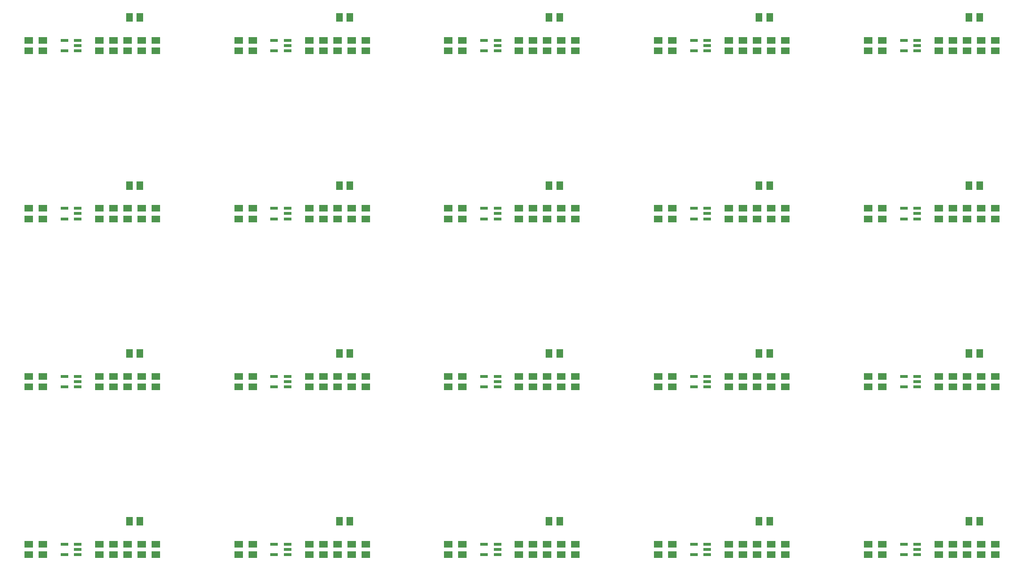
<source format=gbr>
G04 Panel Editor  V12.2 (Build 1133) Date:  Mon Apr 13 15:19:45 2020 *
G04 Database: C:\Users\sergey\Documents\EAGLE\projects\Led_amp\export\CAMOutputs\Panel\Led_amp.cam *
G04 Layer 12: solderpaste_top.gbr *
%FSLAX34Y34*%
%MOMM*%
%SFA1.000B1.000*%

%MIA0B0*%
%IPPOS*%
%ADD15R,1.50000X1.30000*%
%ADD16R,1.30000X1.50000*%
%ADD17R,1.47320X0.55880*%
%LNsolderpaste_top.gbr*%
%SRX1Y1I0J0*%
%LPD*%
%SRX5Y4I37.754J30.254*%
G54D15*
X305470Y182470D03*
Y201470D03*
G54D16*
X258070Y242570D03*
X277070D03*
G54D15*
X102270Y182470D03*
Y201470D03*
X203870Y182470D03*
Y201470D03*
X254670Y182470D03*
Y201470D03*
X280070D03*
Y182470D03*
G54D17*
X165008Y182572D03*
Y191970D03*
Y201368D03*
X141132D03*
Y182572D03*
G54D15*
X76870Y201470D03*
Y182470D03*
X229270D03*
Y201470D03*
M02*

</source>
